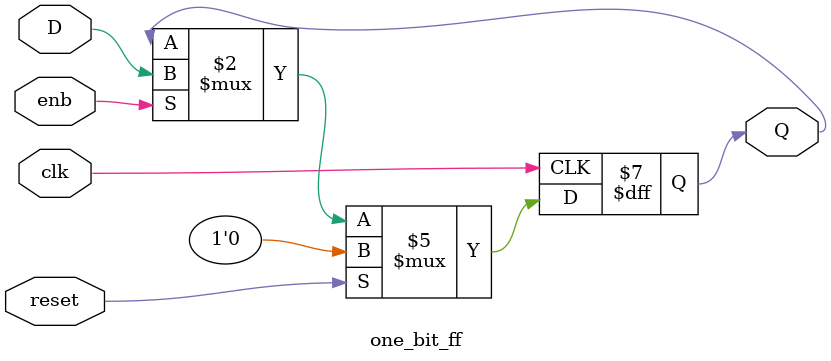
<source format=sv>
`timescale 1ns / 1ps


module one_bit_ff(
    input logic clk,
    input logic reset,
    input logic D,
    output logic  Q,
    input logic enb
    );

	always_ff @(posedge clk)
		if (reset) Q <= 1'b0;
		else if(enb) Q <= D;

endmodule

</source>
